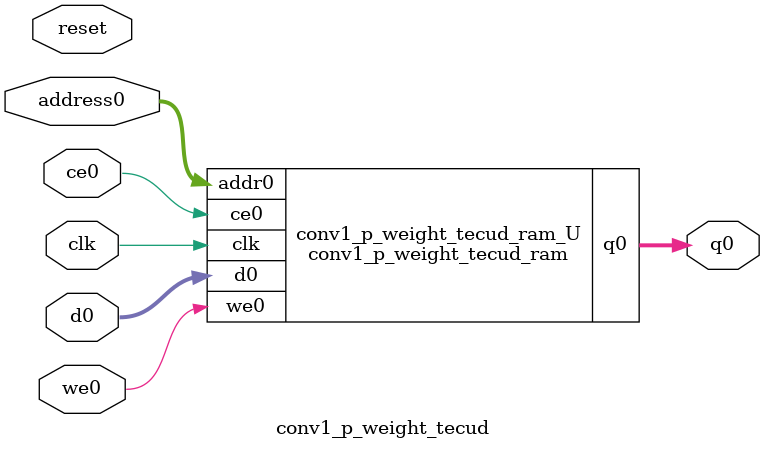
<source format=v>

`timescale 1 ns / 1 ps
module conv1_p_weight_tecud_ram (addr0, ce0, d0, we0, q0,  clk);

parameter DWIDTH = 8;
parameter AWIDTH = 5;
parameter MEM_SIZE = 27;

input[AWIDTH-1:0] addr0;
input ce0;
input[DWIDTH-1:0] d0;
input we0;
output reg[DWIDTH-1:0] q0;
input clk;

(* ram_style = "distributed" *)reg [DWIDTH-1:0] ram[0:MEM_SIZE-1];




always @(posedge clk)  
begin 
    if (ce0) 
    begin
        if (we0) 
        begin 
            ram[addr0] <= d0; 
            q0 <= d0;
        end 
        else 
            q0 <= ram[addr0];
    end
end


endmodule


`timescale 1 ns / 1 ps
module conv1_p_weight_tecud(
    reset,
    clk,
    address0,
    ce0,
    we0,
    d0,
    q0);

parameter DataWidth = 32'd8;
parameter AddressRange = 32'd27;
parameter AddressWidth = 32'd5;
input reset;
input clk;
input[AddressWidth - 1:0] address0;
input ce0;
input we0;
input[DataWidth - 1:0] d0;
output[DataWidth - 1:0] q0;



conv1_p_weight_tecud_ram conv1_p_weight_tecud_ram_U(
    .clk( clk ),
    .addr0( address0 ),
    .ce0( ce0 ),
    .d0( d0 ),
    .we0( we0 ),
    .q0( q0 ));

endmodule


</source>
